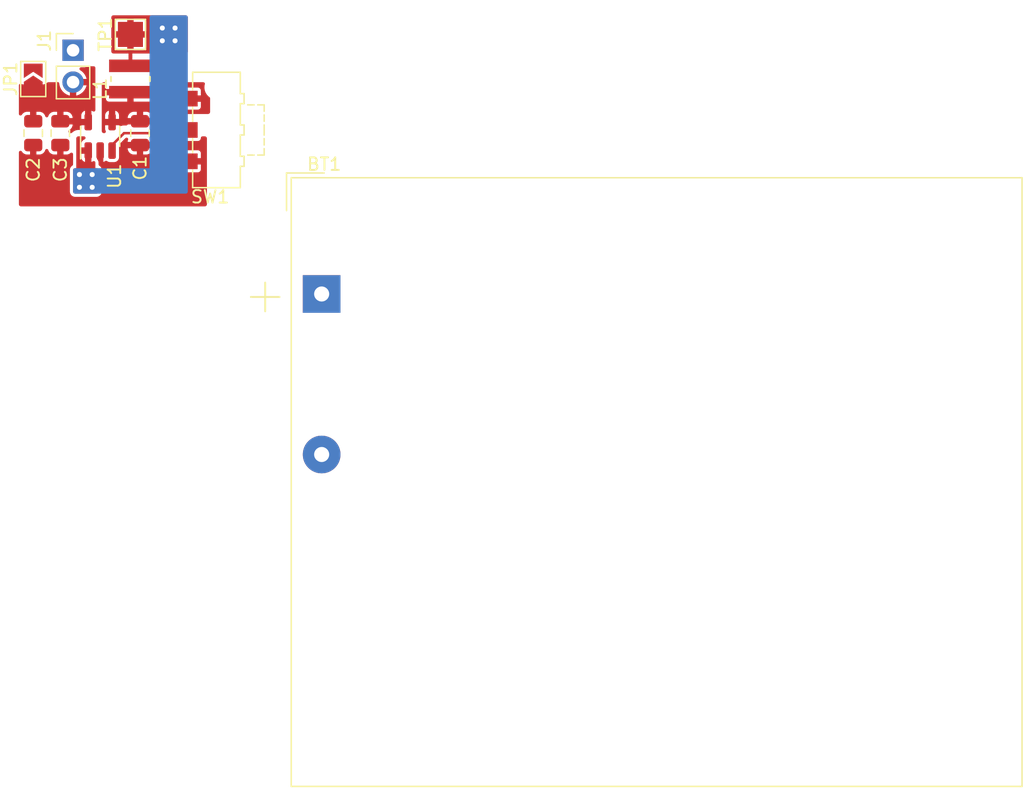
<source format=kicad_pcb>
(kicad_pcb (version 20211014) (generator pcbnew)
  (layers (0 "F.Cu" signal) (31 "B.Cu" signal) (34 "B.Paste" user) (35 "F.Paste" user) (36 "B.SilkS" user "B.Silkscreen") (37 "F.SilkS" user "F.Silkscreen") (38 "B.Mask" user) (39 "F.Mask" user) (44 "Edge.Cuts" user))
  (net 0 "")
  (net 1 "+3V3")
  (net 2 "+BATT")
  (net 3 "/vreg_lx")
  (net 4 "/vreg_en")
  (net 5 "/vreg_out")
  (net 6 "GND")
  (footprint "TDK_VLS3012HBX:TDK-VLS3012HBX-0-0-MFG" (layer "F.Cu") (at 163.83 106.426 90)
    (fp_text reference "L1" (at -1.778 -2.413 90) (layer "F.SilkS") (effects (justify left)))
    (fp_text value "2.2uH" hide)
    (fp_line (start -0.175 1.55) (end 0.175 1.55) (layer "F.SilkS") (width 0.15))
    (fp_line (start -0.175 -1.55) (end 0.175 -1.55) (layer "F.SilkS") (width 0.15))
    (pad "1" smd rect (at -1.05 0 90) (size 1 3.4) (layers "F.Cu" "F.Paste" "F.Mask") (net 2 "+BATT"))
    (pad "2" smd rect (at 1.05 0 90) (size 1 3.4) (layers "F.Cu" "F.Paste" "F.Mask") (net 3 "/vreg_lx"))
  )
  (footprint "Battery:BatteryHolder_TruPower_BH-331P_3xAA" (layer "F.Cu") (at 179.07 123.571)
    (fp_text reference "BT1" (at 0.2 -10.35) (layer "F.SilkS"))
    (fp_text value "Battery")
    (fp_text user "+" (at -4.5 0) (layer "F.SilkS") (effects (font (size 3 3))))
    (fp_line (start -2.42 -9.27) (end -2.42 39.27) (layer "F.SilkS") (width 0.12))
    (fp_line (start -2.42 39.27) (end 55.82 39.27) (layer "F.SilkS") (width 0.12))
    (fp_line (start 55.82 -9.27) (end 55.82 39.27) (layer "F.SilkS") (width 0.12))
    (fp_line (start -2.8 -9.65) (end 0.2 -9.65) (layer "F.SilkS") (width 0.12))
    (fp_line (start -2.42 -9.27) (end 55.82 -9.27) (layer "F.SilkS") (width 0.12))
    (fp_line (start -2.8 -6.65) (end -2.8 -9.65) (layer "F.SilkS") (width 0.12))
    (pad "" np_thru_hole circle (at 26.7 0) (size 3.5 3.5) (drill 3.5) (layers *.Cu *.Mask))
    (pad "" np_thru_hole circle (at 26.7 30) (size 3.5 3.5) (drill 3.5) (layers *.Cu *.Mask))
    (pad "1" thru_hole rect (at 0 0) (size 3 3) (drill 1.2) (layers *.Cu *.Mask) (net 2 "+BATT"))
    (pad "2" thru_hole circle (at 0 12.8) (size 3 3) (drill 1.2) (layers *.Cu *.Mask) (net 6 "GND"))
  )
  (footprint "Capacitor_SMD:C_0805_2012Metric" (layer "F.Cu") (at 164.592 110.744 -90)
    (fp_text reference "C1" (at 2.794 0 90) (layer "F.SilkS"))
    (fp_text value "10u")
    (fp_line (start -0.261252 -0.735) (end 0.261252 -0.735) (layer "F.SilkS") (width 0.12))
    (fp_line (start -0.261252 0.735) (end 0.261252 0.735) (layer "F.SilkS") (width 0.12))
    (pad "1" smd roundrect (at -0.95 0 270) (size 1 1.45) (layers "F.Cu" "F.Paste" "F.Mask") (net 2 "+BATT"))
    (pad "2" smd roundrect (at 0.95 0 270) (size 1 1.45) (layers "F.Cu" "F.Paste" "F.Mask") (net 6 "GND"))
  )
  (footprint "Connector_PinHeader_2.54mm:PinHeader_1x02_P2.54mm_Vertical" (layer "F.Cu") (at 159.258 104.135)
    (fp_text reference "J1" (at -2.286 -0.757 90) (layer "F.SilkS"))
    (fp_text value "Pwr_jmp")
    (fp_line (start -1.33 -1.33) (end 0 -1.33) (layer "F.SilkS") (width 0.12))
    (fp_line (start -1.33 0) (end -1.33 -1.33) (layer "F.SilkS") (width 0.12))
    (fp_line (start -1.33 1.27) (end 1.33 1.27) (layer "F.SilkS") (width 0.12))
    (fp_line (start -1.33 1.27) (end -1.33 3.87) (layer "F.SilkS") (width 0.12))
    (fp_line (start -1.33 3.87) (end 1.33 3.87) (layer "F.SilkS") (width 0.12))
    (fp_line (start 1.33 1.27) (end 1.33 3.87) (layer "F.SilkS") (width 0.12))
    (pad "1" thru_hole rect (at 0 0) (size 1.7 1.7) (drill 1) (layers *.Cu *.Mask) (net 1 "+3V3"))
    (pad "2" thru_hole oval (at 0 2.54) (size 1.7 1.7) (drill 1) (layers *.Cu *.Mask) (net 5 "/vreg_out"))
  )
  (footprint "Jumper:SolderJumper-2_P1.3mm_Open_TrianglePad1.0x1.5mm" (layer "F.Cu") (at 156.083 106.426 90)
    (fp_text reference "JP1" (at 0 -1.8 90) (layer "F.SilkS"))
    (fp_text value "Pwr_jmp")
    (fp_line (start 1.4 -1) (end 1.4 1) (layer "F.SilkS") (width 0.12))
    (fp_line (start -1.4 -1) (end 1.4 -1) (layer "F.SilkS") (width 0.12))
    (fp_line (start -1.4 1) (end -1.4 -1) (layer "F.SilkS") (width 0.12))
    (fp_line (start 1.4 1) (end -1.4 1) (layer "F.SilkS") (width 0.12))
    (pad "1" smd custom (at -0.725 0 90) (size 0.3 0.3) (layers "F.Cu" "F.Mask") (net 5 "/vreg_out") (options (clearance outline) (anchor rect)) (primitives (gr_poly (pts (xy 1 0) (xy 0.5 0.75) (xy -0.5 0.75) (xy -0.5 -0.75) (xy 0.5 -0.75)) (width 0) (fill yes))))
    (pad "2" smd custom (at 0.725 0 90) (size 0.3 0.3) (layers "F.Cu" "F.Mask") (net 1 "+3V3") (options (clearance outline) (anchor rect)) (primitives (gr_poly (pts (xy 0.5 0.75) (xy -0.65 0.75) (xy -0.15 0) (xy -0.65 -0.75) (xy 0.5 -0.75)) (width 0) (fill yes))))
  )
  (footprint "Button_Switch_SMD:SW_SPDT_CK-JS102011SAQN" (layer "F.Cu") (at 170.688 110.49 90)
    (fp_text reference "SW1" (at -5.334 -0.508) (layer "F.SilkS"))
    (fp_text value "SW_SPDT")
    (fp_line (start 0.7 -1.9) (end 0.7 -1.9) (layer "F.SilkS") (width 0.12))
    (fp_line (start 1.8 -1.9) (end 0.7 -1.9) (layer "F.SilkS") (width 0.12))
    (fp_line (start 2 3.8) (end 2 3.3) (layer "F.SilkS") (width 0.12))
    (fp_line (start 0.4 3.8) (end -0.4 3.8) (layer "F.SilkS") (width 0.12))
    (fp_line (start -4.6 -1.9) (end -3.2 -1.9) (layer "F.SilkS") (width 0.12))
    (fp_line (start -2.1 2.2) (end -2.9 2.2) (layer "F.SilkS") (width 0.12))
    (fp_line (start -2 3.3) (end -2 3.3) (layer "F.SilkS") (width 0.12))
    (fp_line (start 4.6 1.9) (end 2.9 1.9) (layer "F.SilkS") (width 0.12))
    (fp_line (start -2.1 1.9) (end -2.1 2.2) (layer "F.SilkS") (width 0.12))
    (fp_line (start -2.9 1.9) (end -4.6 1.9) (layer "F.SilkS") (width 0.12))
    (fp_line (start -0.4 2.2) (end -0.4 1.9) (layer "F.SilkS") (width 0.12))
    (fp_line (start 2 3.8) (end 1.5 3.8) (layer "F.SilkS") (width 0.12))
    (fp_line (start -2 3.8) (end -2 3.3) (layer "F.SilkS") (width 0.12))
    (fp_line (start 3.2 -1.9) (end 4.6 -1.9) (layer "F.SilkS") (width 0.12))
    (fp_line (start 2.1 1.9) (end 0.4 1.9) (layer "F.SilkS") (width 0.12))
    (fp_line (start 0.4 1.9) (end 0.4 2.2) (layer "F.SilkS") (width 0.12))
    (fp_line (start 0.7 3.8) (end 0.7 3.8) (layer "F.SilkS") (width 0.12))
    (fp_line (start -0.7 3.8) (end -0.7 3.8) (layer "F.SilkS") (width 0.12))
    (fp_line (start -1.2 3.8) (end -0.7 3.8) (layer "F.SilkS") (width 0.12))
    (fp_line (start 1.2 3.8) (end 0.7 3.8) (layer "F.SilkS") (width 0.12))
    (fp_line (start 2 3) (end 2 2.5) (layer "F.SilkS") (width 0.12))
    (fp_line (start -2.9 2.2) (end -2.9 1.9) (layer "F.SilkS") (width 0.12))
    (fp_line (start 0.4 2.2) (end -0.4 2.2) (layer "F.SilkS") (width 0.12))
    (fp_line (start 2.1 2.2) (end 2.1 1.9) (layer "F.SilkS") (width 0.12))
    (fp_line (start -0.7 -1.9) (end -1.8 -1.9) (layer "F.SilkS") (width 0.12))
    (fp_line (start -2 2.5) (end -2 2.5) (layer "F.SilkS") (width 0.12))
    (fp_line (start -2 3) (end -2 2.5) (layer "F.SilkS") (width 0.12))
    (fp_line (start -0.4 1.9) (end -2.1 1.9) (layer "F.SilkS") (width 0.12))
    (fp_line (start -1.5 3.8) (end -1.5 3.8) (layer "F.SilkS") (width 0.12))
    (fp_line (start -4.6 1.9) (end -4.6 -1.9) (layer "F.SilkS") (width 0.12))
    (fp_line (start -2 3.8) (end -1.5 3.8) (layer "F.SilkS") (width 0.12))
    (fp_line (start 1.5 3.8) (end 1.5 3.8) (layer "F.SilkS") (width 0.12))
    (fp_line (start 2 3.3) (end 2 3.3) (layer "F.SilkS") (width 0.12))
    (fp_line (start -1.8 -1.9) (end -1.8 -1.9) (layer "F.SilkS") (width 0.12))
    (fp_line (start 4.6 -1.9) (end 4.6 1.9) (layer "F.SilkS") (width 0.12))
    (fp_line (start -4.6 1.9) (end -4.6 1.9) (layer "F.SilkS") (width 0.12))
    (fp_line (start 2.9 1.9) (end 2.9 2.2) (layer "F.SilkS") (width 0.12))
    (fp_line (start -0.4 3.8) (end -0.4 3.8) (layer "F.SilkS") (width 0.12))
    (fp_line (start 2 2.5) (end 2 2.5) (layer "F.SilkS") (width 0.12))
    (fp_line (start 2.9 2.2) (end 2.1 2.2) (layer "F.SilkS") (width 0.12))
    (pad "" np_thru_hole circle (at 3.4 0 90) (size 0.9 0.9) (drill 0.9) (layers *.Cu *.Mask))
    (pad "" np_thru_hole circle (at -3.4 0 90) (size 0.9 0.9) (drill 0.9) (layers *.Cu *.Mask))
    (pad "1" smd rect (at -2.5 -2.75 90) (size 1.25 2.5) (layers "F.Cu" "F.Paste" "F.Mask") (net 6 "GND"))
    (pad "2" smd rect (at 0 -2.75 90) (size 1.25 2.5) (layers "F.Cu" "F.Paste" "F.Mask") (net 4 "/vreg_en"))
    (pad "3" smd rect (at 2.5 -2.75 90) (size 1.25 2.5) (layers "F.Cu" "F.Paste" "F.Mask") (net 2 "+BATT"))
  )
  (footprint "Capacitor_SMD:C_0805_2012Metric" (layer "F.Cu") (at 156.083 110.744 -90)
    (fp_text reference "C2" (at 2.921 0 90) (layer "F.SilkS"))
    (fp_text value "10u")
    (fp_line (start -0.261252 -0.735) (end 0.261252 -0.735) (layer "F.SilkS") (width 0.12))
    (fp_line (start -0.261252 0.735) (end 0.261252 0.735) (layer "F.SilkS") (width 0.12))
    (pad "1" smd roundrect (at -0.95 0 270) (size 1 1.45) (layers "F.Cu" "F.Paste" "F.Mask") (net 5 "/vreg_out"))
    (pad "2" smd roundrect (at 0.95 0 270) (size 1 1.45) (layers "F.Cu" "F.Paste" "F.Mask") (net 6 "GND"))
  )
  (footprint "TestPoint:TestPoint_Pad_2.0x2.0mm" (layer "F.Cu") (at 163.83 102.87 90)
    (fp_text reference "TP1" (at 0 -1.998 90) (layer "F.SilkS"))
    (fp_text value "vreg_lx")
    (fp_line (start -1.2 -1.2) (end 1.2 -1.2) (layer "F.SilkS") (width 0.12))
    (fp_line (start -1.2 1.2) (end -1.2 -1.2) (layer "F.SilkS") (width 0.12))
    (fp_line (start 1.2 1.2) (end -1.2 1.2) (layer "F.SilkS") (width 0.12))
    (fp_line (start 1.2 -1.2) (end 1.2 1.2) (layer "F.SilkS") (width 0.12))
    (pad "1" smd rect (at 0 0 90) (size 2 2) (layers "F.Cu" "F.Mask") (net 3 "/vreg_lx"))
  )
  (footprint "Package_TO_SOT_SMD:SOT-23-5" (layer "F.Cu") (at 161.417 110.998 90)
    (fp_text reference "U1" (at -3.175 1.143 90) (layer "F.SilkS"))
    (fp_text value "RP402N331F")
    (fp_line (start 0 1.56) (end 0.8 1.56) (layer "F.SilkS") (width 0.12))
    (fp_line (start 0 -1.56) (end 0.8 -1.56) (layer "F.SilkS") (width 0.12))
    (fp_line (start 0 -1.56) (end -1.8 -1.56) (layer "F.SilkS") (width 0.12))
    (fp_line (start 0 1.56) (end -0.8 1.56) (layer "F.SilkS") (width 0.12))
    (pad "1" smd roundrect (at -1.1375 -0.95 90) (size 1.325 0.6) (layers "F.Cu" "F.Paste" "F.Mask") (net 3 "/vreg_lx"))
    (pad "2" smd roundrect (at -1.1375 0 90) (size 1.325 0.6) (layers "F.Cu" "F.Paste" "F.Mask") (net 6 "GND"))
    (pad "3" smd roundrect (at -1.1375 0.95 90) (size 1.325 0.6) (layers "F.Cu" "F.Paste" "F.Mask") (net 4 "/vreg_en"))
    (pad "4" smd roundrect (at 1.1375 0.95 90) (size 1.325 0.6) (layers "F.Cu" "F.Paste" "F.Mask") (net 2 "+BATT"))
    (pad "5" smd roundrect (at 1.1375 -0.95 90) (size 1.325 0.6) (layers "F.Cu" "F.Paste" "F.Mask") (net 5 "/vreg_out"))
  )
  (footprint "Capacitor_SMD:C_0805_2012Metric" (layer "F.Cu") (at 158.242 110.744 -90)
    (fp_text reference "C3" (at 2.921 0 90) (layer "F.SilkS"))
    (fp_text value "10u")
    (fp_line (start -0.261252 -0.735) (end 0.261252 -0.735) (layer "F.SilkS") (width 0.12))
    (fp_line (start -0.261252 0.735) (end 0.261252 0.735) (layer "F.SilkS") (width 0.12))
    (pad "1" smd roundrect (at -0.95 0 270) (size 1 1.45) (layers "F.Cu" "F.Paste" "F.Mask") (net 5 "/vreg_out"))
    (pad "2" smd roundrect (at 0.95 0 270) (size 1 1.45) (layers "F.Cu" "F.Paste" "F.Mask") (net 6 "GND"))
  )
  (segment (start 163.83 102.87) (end 163.83 105.376) (width 0.3048) (layer "F.Cu") (net 3))
  (via (at 160.782 114.046) (size 0.8) (drill 0.4) (layers "F.Cu" "B.Cu") (net 3))
  (via (at 160.782 115.062) (size 0.8) (drill 0.4) (layers "F.Cu" "B.Cu") (net 3))
  (via (at 159.766 115.062) (size 0.8) (drill 0.4) (layers "F.Cu" "B.Cu") (net 3))
  (via (at 166.37 103.378) (size 0.8) (drill 0.4) (layers "F.Cu" "B.Cu") (net 3))
  (via (at 159.766 114.046) (size 0.8) (drill 0.4) (layers "F.Cu" "B.Cu") (net 3))
  (via (at 166.37 102.362) (size 0.8) (drill 0.4) (layers "F.Cu" "B.Cu") (net 3))
  (via (at 167.386 102.362) (size 0.8) (drill 0.4) (layers "F.Cu" "B.Cu") (net 3))
  (via (at 167.386 103.378) (size 0.8) (drill 0.4) (layers "F.Cu" "B.Cu") (net 3))
  (segment (start 167.684 110.744) (end 163.322 110.744) (width 0.2032) (layer "F.Cu") (net 4))
  (segment (start 167.938 110.49) (end 167.684 110.744) (width 0.2032) (layer "F.Cu") (net 4))
  (segment (start 163.322 110.744) (end 162.367 111.699) (width 0.2032) (layer "F.Cu") (net 4))
  (segment (start 167.27088 110.64912) (end 167.938 109.982) (width 0.2032) (layer "F.Cu") (net 4))
  (segment (start 162.367 111.699) (end 162.367 112.1355) (width 0.2032) (layer "F.Cu") (net 4))
  (zone (net 6) (net_name "GND") (layer "F.Cu") (connect_pads (clearance 0.254)) (min_thickness 0.254) (fill yes (thermal_gap 0.254) (thermal_bridge_width 0.508) (smoothing fillet) (radius 0.1524))
    (polygon (pts (xy 169.926 116.586) (xy 154.94 116.586) (xy 154.94 110.998) (xy 169.926 110.998)))
  )
  (zone (net 3) (net_name "/vreg_lx") (layer "F.Cu") (connect_pads (clearance 0.508)) (min_thickness 0.254) (fill yes (thermal_gap 0.254) (thermal_bridge_width 0.508) (smoothing fillet) (radius 0.1524))
    (polygon (pts (xy 168.402 104.394) (xy 162.306 104.394) (xy 162.306 101.346) (xy 168.402 101.346)))
  )
  (zone (net 3) (net_name "/vreg_lx") (layer "F.Cu") (priority 1) (connect_pads (clearance 0.254)) (min_thickness 0.254) (fill yes (thermal_gap 0.254) (thermal_bridge_width 0.508) (smoothing fillet) (radius 0.1524))
    (polygon (pts (xy 159.512 110.998) (xy 161.036 110.998) (xy 161.036 113.538) (xy 161.29 113.538) (xy 161.29 115.57) (xy 159.258 115.57) (xy 159.258 113.538) (xy 159.512 113.538)))
  )
  (zone (net 2) (net_name "+BATT") (layer "F.Cu") (connect_pads (clearance 0.508)) (min_thickness 0.254) (fill yes (thermal_gap 0.254) (thermal_bridge_width 0.508) (smoothing fillet) (radius 0.1524))
    (polygon (pts (xy 170.18 109.22) (xy 165.862 109.22) (xy 165.862 110.744) (xy 161.544 110.744) (xy 161.544 106.68) (xy 170.18 106.68)))
  )
  (zone (net 5) (net_name "/vreg_out") (layer "F.Cu") (connect_pads (clearance 0.508)) (min_thickness 0.254) (fill yes (thermal_gap 0.254) (thermal_bridge_width 0.508))
    (polygon (pts (xy 161.036 110.744) (xy 154.94 110.744) (xy 154.94 106.68) (xy 157.988 106.68) (xy 157.988 105.41) (xy 161.036 105.41)))
  )
  (zone (net 3) (net_name "/vreg_lx") (layer "B.Cu") (priority 1) (connect_pads (clearance 0.254)) (min_thickness 0.254) (fill yes (thermal_gap 0.254) (thermal_bridge_width 0.508) (smoothing fillet) (radius 0.1524))
    (polygon (pts (xy 168.402 115.57) (xy 159.258 115.57) (xy 159.258 113.538) (xy 165.354 113.538) (xy 165.354 101.346) (xy 168.402 101.346)))
  )
)
</source>
